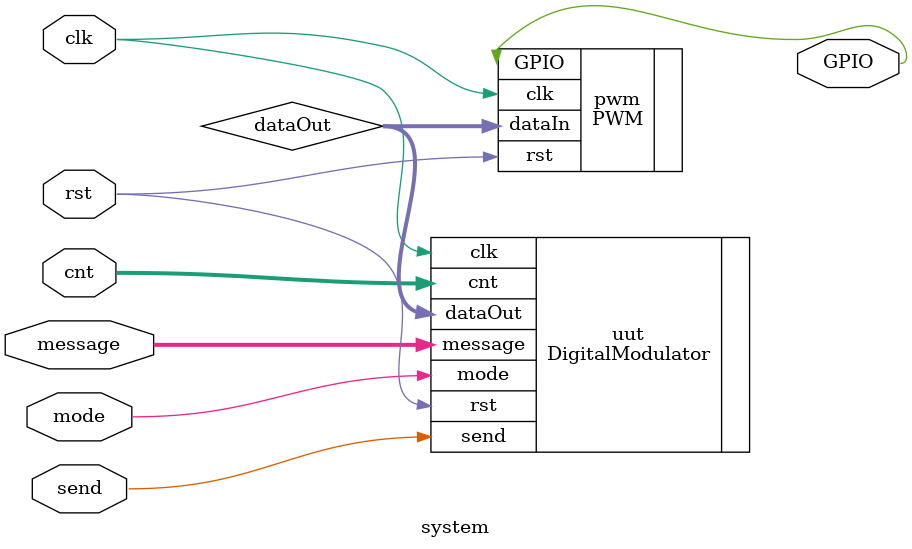
<source format=v>
`timescale 1ns/1ns

module system (
    input clk,
    input rst,
    input wire send,
    input wire mode,
    input wire [4:0] message,
    input wire [2:0] cnt,
    output wire GPIO
);
    wire [7:0] dataOut;

    DigitalModulator uut (
        .clk(clk),
        .rst(rst),
        .send(send),
        .mode(mode),
        .message(message),
        .cnt(cnt),
        .dataOut(dataOut)
    );

    PWM pwm (
        .clk(clk),
        .rst(rst),
        .dataIn(dataOut),
        .GPIO(GPIO)
    );

endmodule

</source>
